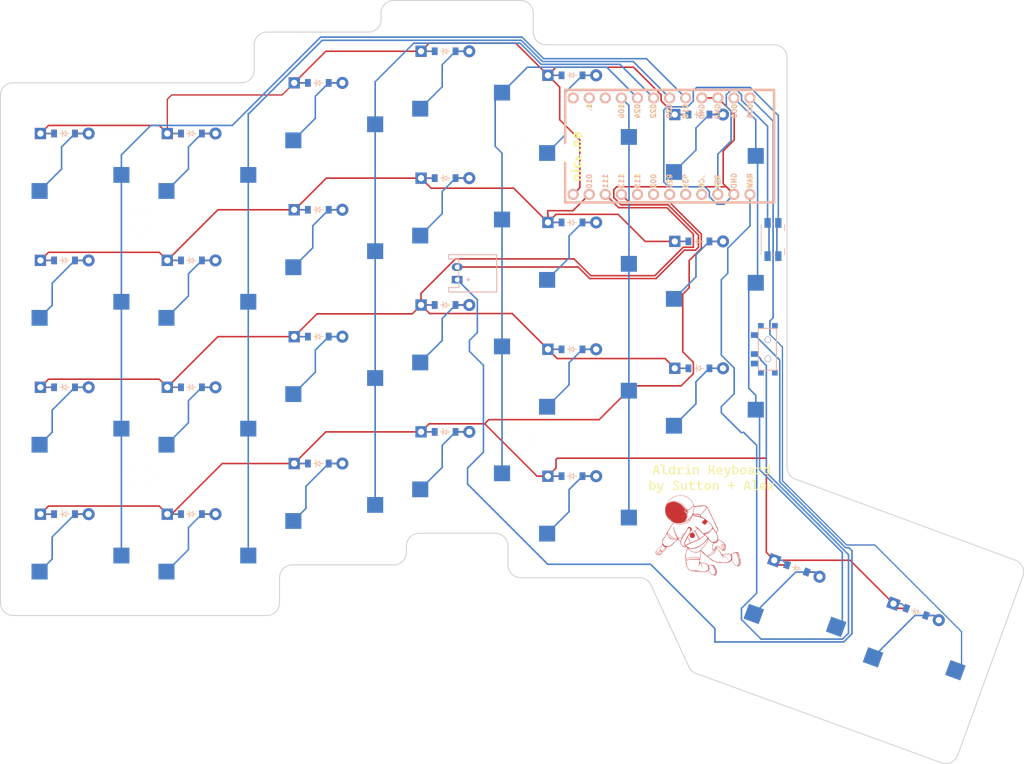
<source format=kicad_pcb>
(kicad_pcb (version 20240108) (generator "pcbnew") (generator_version "8.0")
  (title_block (title "left") (rev "v1.0.0") (company "Unknown"))
  (layers (0 "F.Cu" signal) (31 "B.Cu" signal) (34 "B.Paste" user) (35 "F.Paste" user) (36 "B.SilkS" user "B.Silkscreen") (37 "F.SilkS" user "F.Silkscreen") (38 "B.Mask" user) (39 "F.Mask" user) (44 "Edge.Cuts" user))
  (net 0 "")
  (net 1 "P017")
  (net 2 "outer_mod")
  (net 3 "outer_bottom")
  (net 4 "outer_home")
  (net 5 "outer_top")
  (net 6 "P020")
  (net 7 "pinky_mod")
  (net 8 "pinky_bottom")
  (net 9 "pinky_home")
  (net 10 "pinky_top")
  (net 11 "P022")
  (net 12 "ring_mod")
  (net 13 "ring_bottom")
  (net 14 "ring_home")
  (net 15 "ring_top")
  (net 16 "P024")
  (net 17 "middle_mod")
  (net 18 "middle_bottom")
  (net 19 "middle_home")
  (net 20 "middle_top")
  (net 21 "P100")
  (net 22 "index_mod")
  (net 23 "index_bottom")
  (net 24 "index_home")
  (net 25 "index_top")
  (net 26 "P008")
  (net 27 "inner_bottom")
  (net 28 "inner_home")
  (net 29 "inner_top")
  (net 30 "inner_first")
  (net 31 "P006")
  (net 32 "outer_first")
  (net 33 "RAW")
  (net 34 "GND")
  (net 35 "RST")
  (net 36 "VCC")
  (net 37 "P031")
  (net 38 "P029")
  (net 39 "P002")
  (net 40 "P115")
  (net 41 "P113")
  (net 42 "P111")
  (net 43 "P010")
  (net 44 "P009")
  (net 45 "P011")
  (net 46 "P104")
  (net 47 "P106")
  (net 48 "pos")
  (footprint "E73:SPDT_C128955" (layer "F.Cu") (at 159.25 119.95 -90)
    (property "Reference" "T1" (hide yes))
    (property "Value" "" (hide yes))
  )
  (footprint "ComboDiode" (layer "F.Cu") (at 148.35 102.9)
    (property "Reference" "D21" (hide yes))
    (property "Value" "" (hide yes))
  )
  (footprint "MX" (layer "F.Cu") (at 50 109.9 180)
    (property "Reference" "S3" (hide yes))
    (property "Value" "" (hide yes))
  )
  (footprint "MX" (layer "F.Cu") (at 150.25 106.9 180)
    (property "Reference" "S22" (hide yes))
    (property "Value" "" (hide yes))
  )
  (footprint "MX" (layer "F.Cu") (at 70.05 109.9 180)
    (property "Reference" "S7" (hide yes))
    (property "Value" "" (hide yes))
  )
  (footprint "ComboDiode" (layer "F.Cu") (at 108.25 92.9)
    (property "Reference" "D15" (hide yes))
    (property "Value" "" (hide yes))
  )
  (footprint "MX" (layer "F.Cu") (at 150.25 126.95 180)
    (property "Reference" "S21" (hide yes))
    (property "Value" "" (hide yes))
  )
  (footprint "HOLE_M2_TH" (layer "F.Cu") (at 60.025 139.975)
    (property "Reference" "")
    (property "Value" "")
  )
  (footprint "MX" (layer "F.Cu") (at 90.1 81.85 180)
    (property "Reference" "S12" (hide yes))
    (property "Value" "" (hide yes))
  )
  (footprint "ComboDiode" (layer "F.Cu") (at 68.15 146)
    (property "Reference" "D5" (hide yes))
    (property "Value" "" (hide yes))
  )
  (footprint "MX" (layer "F.Cu") (at 90.1 142 180)
    (property "Reference" "S9" (hide yes))
    (property "Value" "" (hide yes))
  )
  (footprint "ComboDiode" (layer "F.Cu") (at 68.15 125.95)
    (property "Reference" "D6" (hide yes))
    (property "Value" "" (hide yes))
  )
  (footprint "ComboDiode" (layer "F.Cu") (at 68.15 105.9)
    (property "Reference" "D7" (hide yes))
    (property "Value" "" (hide yes))
  )
  (footprint "MX" (layer "F.Cu") (at 110.15 76.85 180)
    (property "Reference" "S16" (hide yes))
    (property "Value" "" (hide yes))
  )
  (footprint "ComboDiode" (layer "F.Cu") (at 182.673502 161.448895 -20)
    (property "Reference" "D24" (hide yes))
    (property "Value" "" (hide yes))
  )
  (footprint "ComboDiode" (layer "F.Cu") (at 148.35 82.85)
    (property "Reference" "D22" (hide yes))
    (property "Value" "" (hide yes))
  )
  (footprint "ComboDiode" (layer "F.Cu") (at 128.3 76.65)
    (property "Reference" "D25" (hide yes))
    (property "Value" "" (hide yes))
  )
  (footprint "ComboDiode" (layer "F.Cu") (at 108.25 72.85)
    (property "Reference" "D16" (hide yes))
    (property "Value" "" (hide yes))
  )
  (footprint "MX" (layer "F.Cu") (at 110.15 116.95 180)
    (property "Reference" "S14" (hide yes))
    (property "Value" "" (hide yes))
  )
  (footprint "artwork:img-only" (layer "F.Cu") (at 147.32 149.352)
    (property "Reference" "G***" (hide yes))
    (property "Value" "LOGO" (hide yes))
  )
  (footprint "ComboDiode" (layer "F.Cu") (at 128.3 119.95)
    (property "Reference" "D18" (hide yes))
    (property "Value" "" (hide yes))
  )
  (footprint "MX" (layer "F.Cu") (at 70.05 89.85 180)
    (property "Reference" "S8" (hide yes))
    (property "Value" "" (hide yes))
  )
  (footprint "ComboDiode" (layer "F.Cu") (at 88.2 97.9)
    (property "Reference" "D11" (hide yes))
    (property "Value" "" (hide yes))
  )
  (footprint "HOLE_M2_TH" (layer "F.Cu") (at 100.125 111.925)
    (property "Reference" "")
    (property "Value" "")
  )
  (footprint "MX" (layer "F.Cu") (at 130.2 144 180)
    (property "Reference" "S17" (hide yes))
    (property "Value" "" (hide yes))
  )
  (footprint "nice_nano" (layer "F.Cu") (at 142.45 87.85 180)
    (property "Reference" "MCU1" (hide yes))
    (property "Value" "nice_nano" (hide yes))
  )
  (footprint "MX" (layer "F.Cu") (at 70.05 129.95 180)
    (property "Reference" "S6" (hide yes))
    (property "Value" "" (hide yes))
  )
  (footprint "MX" (layer "F.Cu") (at 110.15 137 180)
    (property "Reference" "S13" (hide yes))
    (property "Value" "" (hide yes))
  )
  (footprint "ComboDiode" (layer "F.Cu") (at 163.832665 154.591391 -20)
    (property "Reference" "D23" (hide yes))
    (property "Value" "" (hide yes))
  )
  (footprint "MX" (layer "F.Cu") (at 130.2 83.85 180)
    (property "Reference" "S20" (hide yes))
    (property "Value" "" (hide yes))
  )
  (footprint "MX" (layer "F.Cu") (at 183.090837 165.857504 160)
    (property "Reference" "S25" (hide yes))
    (property "Value" "" (hide yes))
  )
  (footprint "JST_PH_S2B-PH-K_02x2.00mm_Angled" (layer "F.Cu") (at 110.15 107.95 90)
    (property "Reference" "JST1" (hide yes))
    (property "Value" "" (hide yes))
  )
  (footprint "ComboDiode" (layer "F.Cu") (at 68.15 85.85)
    (property "Reference" "D8" (hide yes))
    (property "Value" "" (hide yes))
  )
  (footprint "MX" (layer "F.Cu") (at 130.2 123.95 180)
    (property "Reference" "S18" (hide yes))
    (property "Value" "" (hide yes))
  )
  (footprint "MX" (layer "F.Cu") (at 50 150 180)
    (property "Reference" "S1" (hide yes))
    (property "Value" "" (hide yes))
  )
  (footprint "ComboDiode" (layer "F.Cu") (at 88.2 117.95)
    (property "Reference" "D10" (hide yes))
    (property "Value" "" (hide yes))
  )
  (footprint "ComboDiode" (layer "F.Cu") (at 88.2 138)
    (property "Reference" "D9" (hide yes))
    (property "Value" "" (hide yes))
  )
  (footprint "ComboDiode" (layer "F.Cu") (at 128.3 140)
    (property "Reference" "D17" (hide yes))
    (property "Value" "" (hide yes))
  )
  (footprint "MX" (layer "F.Cu") (at 164.25 159 160)
    (property "Reference" "S24" (hide yes))
    (property "Value" "" (hide yes))
  )
  (footprint "MX" (layer "F.Cu") (at 50 129.95 180)
    (property "Reference" "S2" (hide yes))
    (property "Value" "" (hide yes))
  )
  (footprint "ComboDiode" (layer "F.Cu") (at 48.1 125.95)
    (property "Reference" "D2" (hide yes))
    (property "Value" "" (hide yes))
  )
  (footprint "artwork:text-only" (layer "F.Cu") (at 150.368 140.208)
    (property "Reference" "G***" (hide yes))
    (property "Value" "LOGO" (hide yes))
  )
  (footprint "Panasonic_EVQPUL_EVQPUC" (layer "F.Cu") (at 160.05 102.6 -90)
    (property "Reference" "B1" (hide yes))
    (property "Value" "Panasonic_EVQPUL_EVQPUC" (hide yes))
  )
  (footprint "ComboDiode" (layer "F.Cu") (at 48.1 85.85)
    (property "Reference" "D4" (hide yes))
    (property "Value" "" (hide yes))
  )
  (footprint "ComboDiode" (layer "F.Cu") (at 148.35 122.95)
    (property "Reference" "D20" (hide yes))
    (property "Value" "" (hide yes))
  )
  (footprint "MX" (layer "F.Cu") (at 150.25 86.85 180)
    (property "Reference" "S23" (hide yes))
    (property "Value" "" (hide yes))
  )
  (footprint "ComboDiode" (layer "F.Cu") (at 48.1 105.9)
    (property "Reference" "D3" (hide yes))
    (property "Value" "" (hide yes))
  )
  (footprint "HOLE_M2_TH" (layer "F.Cu") (at 60.025 99.875)
    (property "Reference" "")
    (property "Value" "")
  )
  (footprint "ComboDiode" (layer "F.Cu") (at 128.3 99.9)
    (property "Reference" "D19" (hide yes))
    (property "Value" "" (hide yes))
  )
  (footprint "HOLE_M2_TH" (layer "F.Cu") (at 118.578619 86.868799)
    (property "Reference" "")
    (property "Value" "")
  )
  (footprint "ComboDiode" (layer "F.Cu") (at 88.2 77.85)
    (property "Reference" "D12" (hide yes))
    (property "Value" "" (hide yes))
  )
  (footprint "MX" (layer "F.Cu") (at 90.1 101.9 180)
    (property "Reference" "S11" (hide yes))
    (property "Value" "" (hide yes))
  )
  (footprint "ComboDiode" (layer "F.Cu") (at 108.25 133)
    (property "Reference" "D13" (hide yes))
    (property "Value" "" (hide yes))
  )
  (footprint "MX" (layer "F.Cu") (at 90.1 121.95 180)
    (property "Reference" "S10" (hide yes))
    (property "Value" "" (hide yes))
  )
  (footprint "HOLE_M2_TH" (layer "F.Cu") (at 120.175 133.975)
    (property "Reference" "")
    (property "Value" "")
  )
  (footprint "ComboDiode" (layer "F.Cu") (at 108.25 112.95)
    (property "Reference" "D14" (hide yes))
    (property "Value" "" (hide yes))
  )
  (footprint "MX" (layer "F.Cu") (at 130.2 103.9 180)
    (property "Reference" "S19" (hide yes))
    (property "Value" "" (hide yes))
  )
  (footprint "MX" (layer "F.Cu") (at 50 89.85 180)
    (property "Reference" "S4" (hide yes))
    (property "Value" "" (hide yes))
  )
  (footprint "MX" (layer "F.Cu") (at 110.15 96.9 180)
    (property "Reference" "S15" (hide yes))
    (property "Value" "" (hide yes))
  )
  (footprint "ComboDiode" (layer "F.Cu") (at 48.1 146)
    (property "Reference" "D1" (hide yes))
    (property "Value" "" (hide yes))
  )
  (footprint "MX" (layer "F.Cu") (at 70.05 150 180)
    (property "Reference" "S5" (hide yes))
    (property "Value" "" (hide yes))
  )
  (gr_arc (start 198.34885 153.271406) (mid 199.471496 154.306446) (end 199.536549 155.832031) (stroke (width 0.15)) (layer "Edge.Cuts"))
  (gr_arc (start 82.075 160.025) (mid 81.489214 161.439214) (end 80.075 162.025) (stroke (width 0.15)) (layer "Edge.Cuts"))
  (gr_arc (start 78.075 71.825) (mid 78.660786 70.410786) (end 80.075 69.825) (stroke (width 0.15)) (layer "Edge.Cuts"))
  (gr_line (start 100.125 154.025) (end 84.075 154.025) (stroke (width 0.15)) (layer "Edge.Cuts"))
  (gr_line (start 163.583313 140.457229) (end 198.348851 153.271407) (stroke (width 0.15)) (layer "Edge.Cuts"))
  (gr_line (start 138.947982 156.025) (end 120.175 156.025) (stroke (width 0.15)) (layer "Edge.Cuts"))
  (gr_line (start 98.125 67.825) (end 98.125 66.825) (stroke (width 0.15)) (layer "Edge.Cuts"))
  (gr_line (start 102.125 151.025) (end 102.125 152.025) (stroke (width 0.15)) (layer "Edge.Cuts"))
  (gr_arc (start 37.975 79.825) (mid 38.560786 78.410786) (end 39.975 77.825) (stroke (width 0.15)) (layer "Edge.Cuts"))
  (gr_arc (start 147.903748 171.18138) (mid 147.2351 170.775167) (end 146.773447 170.143521) (stroke (width 0.15)) (layer "Edge.Cuts"))
  (gr_arc (start 82.075 156.025) (mid 82.660786 154.610786) (end 84.075 154.025) (stroke (width 0.15)) (layer "Edge.Cuts"))
  (gr_line (start 118.175 154.025) (end 118.175 151.025) (stroke (width 0.15)) (layer "Edge.Cuts"))
  (gr_line (start 78.075 75.825) (end 78.075 71.825) (stroke (width 0.15)) (layer "Edge.Cuts"))
  (gr_line (start 82.075 156.025) (end 82.075 160.025) (stroke (width 0.15)) (layer "Edge.Cuts"))
  (gr_line (start 37.975 160.025) (end 37.975 79.825) (stroke (width 0.15)) (layer "Edge.Cuts"))
  (gr_line (start 199.536548 155.832031) (end 189.247513 184.100924) (stroke (width 0.15)) (layer "Edge.Cuts"))
  (gr_arc (start 98.125 66.825) (mid 98.710786 65.410786) (end 100.125 64.825) (stroke (width 0.15)) (layer "Edge.Cuts"))
  (gr_line (start 146.773447 170.143521) (end 140.762323 157.183473) (stroke (width 0.15)) (layer "Edge.Cuts"))
  (gr_line (start 122.175 66.825) (end 122.175 69.825) (stroke (width 0.15)) (layer "Edge.Cuts"))
  (gr_arc (start 124.175 71.825) (mid 122.760786 71.239214) (end 122.175 69.825) (stroke (width 0.15)) (layer "Edge.Cuts"))
  (gr_arc (start 120.175 156.025) (mid 118.760786 155.439214) (end 118.175 154.025) (stroke (width 0.15)) (layer "Edge.Cuts"))
  (gr_line (start 39.975 162.025) (end 80.075 162.025) (stroke (width 0.15)) (layer "Edge.Cuts"))
  (gr_line (start 124.175 71.825) (end 160.275 71.825) (stroke (width 0.15)) (layer "Edge.Cuts"))
  (gr_line (start 116.175 149.025) (end 104.125 149.025) (stroke (width 0.15)) (layer "Edge.Cuts"))
  (gr_arc (start 116.175 149.025) (mid 117.589214 149.610786) (end 118.175 151.025) (stroke (width 0.15)) (layer "Edge.Cuts"))
  (gr_arc (start 98.125 67.825) (mid 97.539214 69.239214) (end 96.125 69.825) (stroke (width 0.15)) (layer "Edge.Cuts"))
  (gr_line (start 100.125 64.825) (end 120.175 64.825) (stroke (width 0.15)) (layer "Edge.Cuts"))
  (gr_arc (start 102.125 151.025) (mid 102.710786 149.610786) (end 104.125 149.025) (stroke (width 0.15)) (layer "Edge.Cuts"))
  (gr_arc (start 138.947982 156.025) (mid 140.024306 156.339317) (end 140.762323 157.183473) (stroke (width 0.15)) (layer "Edge.Cuts"))
  (gr_arc (start 78.075 75.825) (mid 77.489214 77.239214) (end 76.075 77.825) (stroke (width 0.15)) (layer "Edge.Cuts"))
  (gr_line (start 80.075 69.825) (end 96.125 69.825) (stroke (width 0.15)) (layer "Edge.Cuts"))
  (gr_arc (start 163.583313 140.457229) (mid 162.634364 139.72446) (end 162.275 138.580645) (stroke (width 0.15)) (layer "Edge.Cuts"))
  (gr_arc (start 189.247513 184.100925) (mid 188.213364 185.2295) (end 186.684087 185.296269) (stroke (width 0.15)) (layer "Edge.Cuts"))
  (gr_arc (start 39.975 162.025) (mid 38.560786 161.439214) (end 37.975 160.025) (stroke (width 0.15)) (layer "Edge.Cuts"))
  (gr_line (start 39.975 77.825) (end 76.075 77.825) (stroke (width 0.15)) (layer "Edge.Cuts"))
  (gr_arc (start 102.125 152.025) (mid 101.539214 153.439214) (end 100.125 154.025) (stroke (width 0.15)) (layer "Edge.Cuts"))
  (gr_line (start 162.275 73.825) (end 162.275 138.580645) (stroke (width 0.15)) (layer "Edge.Cuts"))
  (gr_arc (start 120.175 64.825) (mid 121.589214 65.410786) (end 122.175 66.825) (stroke (width 0.15)) (layer "Edge.Cuts"))
  (gr_arc (start 160.275 71.825) (mid 161.689214 72.410786) (end 162.275 73.825) (stroke (width 0.15)) (layer "Edge.Cuts"))
  (gr_line (start 186.684087 185.296269) (end 147.903748 171.18138) (stroke (width 0.15)) (layer "Edge.Cuts"))
  (segment (start 146.26 80.23) (end 140.0525 74.0225) (width 0.25) (layer "B.Cu") (net 1))
  (segment (start 61.7315 84.5725) (end 57.085 89.219) (width 0.25) (layer "B.Cu") (net 1))
  (segment (start 57.085 132.49) (end 57.085 152.54) (width 0.25) (layer "B.Cu") (net 1))
  (segment (start 74.603104 84.5725) (end 61.7315 84.5725) (width 0.25) (layer "B.Cu") (net 1))
  (segment (start 88.563604 70.612) (end 74.603104 84.5725) (width 0.25) (layer "B.Cu") (net 1))
  (segment (start 123.8065 74.0225) (end 120.396 70.612) (width 0.25) (layer "B.Cu") (net 1))
  (segment (start 120.396 70.612) (end 88.563604 70.612) (width 0.25) (layer "B.Cu") (net 1))
  (segment (start 57.085 92.39) (end 57.085 112.44) (width 0.25) (layer "B.Cu") (net 1))
  (segment (start 57.085 89.219) (end 57.085 92.39) (width 0.25) (layer "B.Cu") (net 1))
  (segment (start 57.085 112.44) (end 57.085 132.49) (width 0.25) (layer "B.Cu") (net 1))
  (segment (start 140.0525 74.0225) (end 123.8065 74.0225) (width 0.25) (layer "B.Cu") (net 1))
  (segment (start 49.75 146) (end 51.91 146) (width 0.25) (layer "F.Cu") (net 2))
  (segment (start 46.1459 153.0921) (end 46.1459 149.6041) (width 0.25) (layer "B.Cu") (net 2))
  (segment (start 46.1459 149.6041) (end 49.75 146) (width 0.25) (layer "B.Cu") (net 2))
  (segment (start 44.158 155.08) (end 46.1459 153.0921) (width 0.25) (layer "B.Cu") (net 2))
  (segment (start 49.75 146) (end 51.91 146) (width 0.25) (layer "B.Cu") (net 2))
  (segment (start 49.75 125.95) (end 51.91 125.95) (width 0.25) (layer "F.Cu") (net 3))
  (segment (start 49.75 125.95) (end 51.91 125.95) (width 0.25) (layer "B.Cu") (net 3))
  (segment (start 44.158 135.03) (end 46.1459 133.0421) (width 0.25) (layer "B.Cu") (net 3))
  (segment (start 46.1459 133.0421) (end 46.1459 129.5541) (width 0.25) (layer "B.Cu") (net 3))
  (segment (start 46.1459 129.5541) (end 49.75 125.95) (width 0.25) (layer "B.Cu") (net 3))
  (segment (start 49.75 105.9) (end 51.91 105.9) (width 0.25) (layer "F.Cu") (net 4))
  (segment (start 44.158 114.98) (end 46.1459 112.9921) (width 0.25) (layer "B.Cu") (net 4))
  (segment (start 49.75 105.9) (end 51.91 105.9) (width 0.25) (layer "B.Cu") (net 4))
  (segment (start 46.1459 112.9921) (end 46.1459 109.5041) (width 0.25) (layer "B.Cu") (net 4))
  (segment (start 46.1459 109.5041) (end 49.75 105.9) (width 0.25) (layer "B.Cu") (net 4))
  (segment (start 49.75 85.85) (end 51.91 85.85) (width 0.25) (layer "F.Cu") (net 5))
  (segment (start 47.6311 87.9689) (end 49.75 85.85) (width 0.25) (layer "B.Cu") (net 5))
  (segment (start 47.6311 91.4569) (end 47.6311 87.9689) (width 0.25) (layer "B.Cu") (net 5))
  (segment (start 44.158 94.93) (end 47.6311 91.4569) (width 0.25) (layer "B.Cu") (net 5))
  (segment (start 49.75 85.85) (end 51.91 85.85) (width 0.25) (layer "B.Cu") (net 5))
  (segment (start 77.135 92.39) (end 77.135 112.44) (width 0.25) (layer "B.Cu") (net 6))
  (segment (start 77.135 92.39) (end 77.135 82.804) (width 0.25) (layer "B.Cu") (net 6))
  (segment (start 77.135 132.49) (end 77.135 152.54) (width 0.25) (layer "B.Cu") (net 6))
  (segment (start 120.267604 71.12) (end 123.620104 74.4725) (width 0.25) (layer "B.Cu") (net 6))
  (segment (start 88.819 71.12) (end 120.267604 71.12) (width 0.25) (layer "B.Cu") (net 6))
  (segment (start 123.620104 74.4725) (end 137.9625 74.4725) (width 0.25) (layer "B.Cu") (net 6))
  (segment (start 137.9625 74.4725) (end 143.72 80.23) (width 0.25) (layer "B.Cu") (net 6))
  (segment (start 77.135 82.804) (end 77.135 82.677) (width 0.25) (layer "B.Cu") (net 6))
  (segment (start 77.135 82.804) (end 88.819 71.12) (width 0.25) (layer "B.Cu") (net 6))
  (segment (start 77.135 112.44) (end 77.135 132.49) (width 0.25) (layer "B.Cu") (net 6))
  (segment (start 69.8 146) (end 71.96 146) (width 0.25) (layer "F.Cu") (net 7))
  (segment (start 67.6811 151.6069) (end 67.6811 148.1189) (width 0.25) (layer "B.Cu") (net 7))
  (segment (start 69.8 146) (end 71.96 146) (width 0.25) (layer "B.Cu") (net 7))
  (segment (start 64.208 155.08) (end 67.6811 151.6069) (width 0.25) (layer "B.Cu") (net 7))
  (segment (start 67.6811 148.1189) (end 69.8 146) (width 0.25) (layer "B.Cu") (net 7))
  (segment (start 69.8 125.95) (end 71.96 125.95) (width 0.25) (layer "F.Cu") (net 8))
  (segment (start 69.8 125.95) (end 71.96 125.95) (width 0.25) (layer "B.Cu") (net 8))
  (segment (start 64.208 135.03) (end 67.6811 131.5569) (width 0.25) (layer "B.Cu") (net 8))
  (segment (start 67.6811 131.5569) (end 67.6811 128.0689) (width 0.25) (layer "B.Cu") (net 8))
  (segment (start 67.6811 128.0689) (end 69.8 125.95) (width 0.25) (layer "B.Cu") (net 8))
  (segment (start 69.8 105.9) (end 71.96 105.9) (width 0.25) (layer "F.Cu") (net 9))
  (segment (start 64.208 114.98) (end 67.6811 111.5069) (width 0.25) (layer "B.Cu") (net 9))
  (segment (start 69.8 105.9) (end 71.96 105.9) (width 0.25) (layer "B.Cu") (net 9))
  (segment (start 67.6811 111.5069) (end 67.6811 108.0189) (width 0.25) (layer "B.Cu") (net 9))
  (segment (start 67.6811 108.0189) (end 69.8 105.9) (width 0.25) (layer "B.Cu") (net 9))
  (segment (start 69.8 85.85) (end 71.96 85.85) (width 0.25) (layer "F.Cu") (net 10))
  (segment (start 67.6811 87.9689) (end 69.8 85.85) (width 0.25) (layer "B.Cu") (net 10))
  (segment (start 69.8 85.85) (end 71.96 85.85) (width 0.25) (layer "B.Cu") (net 10))
  (segment (start 67.6811 91.4569) (end 67.6811 87.9689) (width 0.25) (layer "B.Cu") (net 10))
  (segment (start 64.208 94.93) (end 67.6811 91.4569) (width 0.25) (layer "B.Cu") (net 10))
  (segment (start 97.185 77.677) (end 103.2895 71.5725) (width 0.25) (layer "B.Cu") (net 11))
  (segment (start 97.185 84.39) (end 97.185 77.677) (width 0.25) (layer "B.Cu") (net 11))
  (segment (start 97.185 84.39) (end 97.185 104.44) (width 0.25) (layer "B.Cu") (net 11))
  (segment (start 135.8725 74.9225) (end 141.18 80.23) (width 0.25) (layer "B.Cu") (net 11))
  (segment (start 120.083708 71.5725) (end 123.433708 74.9225) (width 0.25) (layer "B.Cu") (net 11))
  (segment (start 103.2895 71.5725) (end 120.083708 71.5725) (width 0.25) (layer "B.Cu") (net 11))
  (segment (start 97.185 124.49) (end 97.185 144.54) (width 0.25) (layer "B.Cu") (net 11))
  (segment (start 123.433708 74.9225) (end 135.8725 74.9225) (width 0.25) (layer "B.Cu") (net 11))
  (segment (start 97.185 104.44) (end 97.185 124.49) (width 0.25) (layer "B.Cu") (net 11))
  (segment (start 89.85 138) (end 92.01 138) (width 0.25) (layer "F.Cu") (net 12))
  (segment (start 86.2459 145.0921) (end 86.2459 141.6041) (width 0.25) (layer "B.Cu") (net 12))
  (segment (start 86.2459 141.6041) (end 89.85 138) (width 0.25) (layer "B.Cu") (net 12))
  (segment (start 89.85 138) (end 92.01 138) (width 0.25) (layer "B.Cu") (net 12))
  (segment (start 84.258 147.08) (end 86.2459 145.0921) (width 0.25) (layer "B.Cu") (net 12))
  (segment (start 89.85 117.95) (end 92.01 117.95) (width 0.25) (layer "F.Cu") (net 13))
  (segment (start 87.7311 120.0689) (end 89.85 117.95) (width 0.25) (layer "B.Cu") (net 13))
  (segment (start 87.7311 123.5569) (end 87.7311 120.0689) (width 0.25) (layer "B.Cu") (net 13))
  (segment (start 84.258 127.03) (end 87.7311 123.5569) (width 0.25) (layer "B.Cu") (net 13))
  (segment (start 89.85 117.95) (end 92.01 117.95) (width 0.25) (layer "B.Cu") (net 13))
  (segment (start 89.85 97.9) (end 92.01 97.9) (width 0.25) (layer "F.Cu") (net 14))
  (segment (start 84.258 106.98) (end 87.325 103.913) (width 0.25) (layer "B.Cu") (net 14))
  (segment (start 87.325 100.425) (end 89.85 97.9) (width 0.25) (layer "B.Cu") (net 14))
  (segment (start 87.325 103.913) (end 87.325 100.425) (width 0.25) (layer "B.Cu") (net 14))
  (segment (start 89.85 97.9) (end 92.01 97.9) (width 0.25) (layer "B.Cu") (net 14))
  (segment (start 89.85 77.85) (end 92.01 77.85) (width 0.25) (layer "F.Cu") (net 15))
  (segment (start 84.258 86.93) (end 87.7311 83.4569) (width 0.25) (layer "B.Cu") (net 15))
  (segment (start 87.7311 83.4569) (end 87.7311 79.9689) (width 0.25) (layer "B.Cu") (net 15))
  (segment (start 89.85 77.85) (end 92.01 77.85) (width 0.25) (layer "B.Cu") (net 15))
  (segment (start 87.7311 79.9689) (end 89.85 77.85) (width 0.25) (layer "B.Cu") (net 15))
  (segment (start 116.153619 80.471381) (end 117.235 79.39) (width 0.25) (layer "B.Cu") (net 16))
  (segment (start 117.235 99.44) (end 117.235 88.954648) (width 0.25) (layer "B.Cu") (net 16))
  (segment (start 133.7825 75.3725) (end 138.64 80.23) (width 0.25) (layer "B.Cu") (net 16))
  (segment (start 117.235 99.44) (end 117.235 119.49) (width 0.25) (layer "B.Cu") (net 16))
  (segment (start 117.235 119.49) (end 117.235 139.54) (width 0.25) (layer "B.Cu") (net 16))
  (segment (start 116.153619 87.873267) (end 116.153619 80.471381) (width 0.25) (layer "B.Cu") (net 16))
  (segment (start 117.235 79.39) (end 121.2525 75.3725) (width 0.25) (layer "B.Cu") (net 16))
  (segment (start 121.2525 75.3725) (end 133.7825 75.3725) (width 0.25) (layer "B.Cu") (net 16))
  (segment (start 117.235 88.954648) (end 116.153619 87.873267) (width 0.25) (layer "B.Cu") (net 16))
  (segment (start 109.9 133) (end 112.06 133) (width 0.25) (layer "F.Cu") (net 17))
  (segment (start 107.7811 135.1189) (end 109.9 133) (width 0.25) (layer "B.Cu") (net 17))
  (segment (start 104.308 142.08) (end 107.7811 138.6069) (width 0.25) (layer "B.Cu") (net 17))
  (segment (start 109.9 133) (end 112.06 133) (width 0.25) (layer "B.Cu") (net 17))
  (segment (start 107.7811 138.6069) (end 107.7811 135.1189) (width 0.25) (layer "B.Cu") (net 17))
  (segment (start 109.9 112.95) (end 112.06 112.95) (width 0.25) (layer "F.Cu") (net 18))
  (segment (start 109.9 112.95) (end 112.06 112.95) (width 0.25) (layer "B.Cu") (net 18))
  (segment (start 107.7811 115.0689) (end 109.9 112.95) (width 0.25) (layer "B.Cu") (net 18))
  (segment (start 104.308 122.03) (end 107.7811 118.5569) (width 0.25) (layer "B.Cu") (net 18))
  (segment (start 107.7811 118.5569) (end 107.7811 115.0689) (width 0.25) (layer "B.Cu") (net 18))
  (segment (start 109.9 92.9) (end 112.06 92.9) (width 0.25) (layer "F.Cu") (net 19))
  (segment (start 107.7811 98.5069) (end 107.7811 95.0189) (width 0.25) (layer "B.Cu") (net 19))
  (segment (start 109.9 92.9) (end 112.06 92.9) (width 0.25) (layer "B.Cu") (net 19))
  (segment (start 107.7811 95.0189) (end 109.9 92.9) (width 0.25) (layer "B.Cu") (net 19))
  (segment (start 104.308 101.98) (end 107.7811 98.5069) (width 0.25) (layer "B.Cu") (net 19))
  (segment (start 109.9 72.85) (end 112.06 72.85) (width 0.25) (layer "F.Cu") (net 20))
  (segment (start 109.9 72.85) (end 112.06 72.85) (width 0.25) (layer "B.Cu") (net 20))
  (segment (start 104.308 81.93) (end 107.7811 78.4569) (width 0.25) (layer "B.Cu") (net 20))
  (segment (start 107.7811 78.4569) (end 107.7811 74.9689) (width 0.25) (layer "B.Cu") (net 20))
  (segment (start 107.7811 74.9689) (end 109.9 72.85) (width 0.25) (layer "B.Cu") (net 20))
  (segment (start 137.285 81.415) (end 136.1 80.23) (width 0.25) (layer "B.Cu") (net 21))
  (segment (start 137.285 86.39) (end 137.3013 86.4063) (width 0.25) (layer "B.Cu") (net 21))
  (segment (start 137.3013 106.4237) (end 137.285 106.44) (width 0.25) (layer "B.Cu") (net 21))
  (segment (start 137.3013 86.4063) (end 137.3013 106.4237) (width 0.25) (layer "B.Cu") (net 21))
  (segment (start 137.285 126.49) (end 137.285 146.54) (width 0.25) (layer "B.Cu") (net 21))
  (segment (start 137.285 86.39) (end 137.285 81.415) (width 0.25) (layer "B.Cu") (net 21))
  (segment (start 137.285 106.44) (end 137.285 126.49) (width 0.25) (layer "B.Cu") (net 21))
  (segment (start 129.95 140) (end 132.11 140) (width 0.25) (layer "F.Cu") (net 22))
  (segment (start 127.8311 145.6069) (end 127.8311 142.1189) (width 0.25) (layer "B.Cu") (net 22))
  (segment (start 129.95 140) (end 132.11 140) (width 0.25) (layer "B.Cu") (net 22))
  (segment (start 127.8311 142.1189) (end 129.95 140) (width 0.25) (layer "B.Cu") (net 22))
  (segment (start 124.358 149.08) (end 127.8311 145.6069) (width 0.25) (layer "B.Cu") (net 22))
  (segment (start 129.95 119.95) (end 132.11 119.95) (width 0.25) (layer "F.Cu") (net 23))
  (segment (start 127.8311 125.5569) (end 127.8311 122.0689) (width 0.25) (layer "B.Cu") (net 23))
  (segment (start 124.358 129.03) (end 127.8311 125.5569) (width 0.25) (layer "B.Cu") (net 23))
  (segment (start 127.8311 122.0689) (end 129.95 119.95) (width 0.25) (layer "B.Cu") (net 23))
  (segment (start 129.95 119.95) (end 132.11 119.95) (width 0.25) (layer "B.Cu") (net 23))
  (segment (start 129.95 99.9) (end 132.11 99.9) (width 0.25) (layer "F.Cu") (net 24))
  (segment (start 127.8311 105.5069) (end 127.8311 102.0189) (width 0.25) (layer "B.Cu") (net 24))
  (segment (start 124.358 108.98) (end 127.8311 105.5069) (width 0.25) (layer "B.Cu") (net 24))
  (segment (start 129.95 99.9) (end 132.11 99.9) (width 0.25) (layer "B.Cu") (net 24))
  (segment (start 127.8311 102.0189) (end 129.95 99.9) (width 0.25) (layer "B.Cu") (net 24))
  (segment (start 129.95 76.65) (end 132.11 76.65) (width 0.25) (layer "F.Cu") (net 25))
  (segment (start 124.358 88.93) (end 127.2787 86.0093) (width 0.25) (layer "B.Cu") (net 25))
  (segment (start 127.2787 86.0093) (end 127.2787 79.3213) (width 0.25) (layer "B.Cu") (net 25))
  (segment (start 129.95 76.65) (end 132.11 76.65) (width 0.25) (layer "B.Cu") (net 25))
  (segment (start 127.2787 79.3213) (end 129.95 76.65) (width 0.25) (layer "B.Cu") (net 25))
  (segment (start 171.014248 152.060081) (end 171.014248 162.834775) (width 0.25) (layer "B.Cu") (net 26))
  (segment (start 156.225 126.111316) (end 157.335 127.221316) (width 0.25) (layer "B.Cu") (net 26))
  (segment (start 157.335 127.221316) (end 157.335 129.49) (width 0.25) (layer "B.Cu") (net 26))
  (segment (start 157.335 89.39) (end 157.6213 89.6763) (width 0.25) (layer "B.Cu") (net 26))
  (segment (start 171.014248 162.834775) (end 170.038991 163.810032) (width 0.25) (layer "B.Cu") (net 26))
  (segment (start 157.93 130.085) (end 157.93 138.975833) (width 0.25) (layer "B.Cu") (net 26))
  (segment (start 157.335 109.44) (end 156.225 110.55) (width 0.25) (layer "B.Cu") (net 26))
  (segment (start 157.6213 89.6763) (end 157.6213 109.1537) (width 0.25) (layer "B.Cu") (net 26))
  (segment (start 157.93 138.975833) (end 171.014248 152.060081) (width 0.25) (layer "B.Cu") (net 26))
  (segment (start 157.335 83.685) (end 153.88 80.23) (width 0.25) (layer "B.Cu") (net 26))
  (segment (start 157.335 89.39) (end 157.335 83.685) (width 0.25) (layer "B.Cu") (net 26))
  (segment (start 157.6213 109.1537) (end 157.335 109.44) (width 0.25) (layer "B.Cu") (net 26))
  (segment (start 157.335 129.49) (end 157.93 130.085) (width 0.25) (layer "B.Cu") (net 26))
  (segment (start 156.225 110.55) (end 156.225 126.111316) (width 0.25) (layer "B.Cu") (net 26))
  (segment (start 150 122.95) (end 152.16 122.95) (width 0.25) (layer "F.Cu") (net 27))
  (segment (start 147.8811 128.5569) (end 147.8811 125.0689) (width 0.25) (layer "B.Cu") (net 27))
  (segment (start 147.8811 125.0689) (end 150 122.95) (width 0.25) (layer "B.Cu") (net 27))
  (segment (start 144.408 132.03) (end 147.8811 128.5569) (width 0.25) (layer "B.Cu") (net 27))
  (segment (start 150 122.95) (end 152.16 122.95) (width 0.25) (layer "B.Cu") (net 27))
  (segment (start 150 102.9) (end 152.16 102.9) (width 0.25) (layer "F.Cu") (net 28))
  (segment (start 147.8811 105.0189) (end 150 102.9) (width 0.25) (layer "B.Cu") (net 28))
  (segment (start 144.408 111.98) (end 147.8811 108.5069) (width 0.25) (layer "B.Cu") (net 28))
  (segment (start 147.8811 108.5069) (end 147.8811 105.0189) (width 0.25) (layer "B.Cu") (net 28))
  (segment (start 150 102.9) (end 152.16 102.9) (width 0.25) (layer "B.Cu") (net 28))
  (segment (start 150 82.85) (end 152.16 82.85) (width 0.25) (layer "F.Cu") (net 29))
  (segment (start 147.8811 84.9689) (end 150 82.85) (width 0.25) (layer "B.Cu") (net 29))
  (segment (start 150 82.85) (end 152.16 82.85) (width 0.25) (layer "B.Cu") (net 29))
  (segment (start 144.408 91.93) (end 147.8811 88.4569) (width 0.25) (layer "B.Cu") (net 29))
  (segment (start 147.8811 88.4569) (end 147.8811 84.9689) (width 0.25) (layer "B.Cu") (net 29))
  (segment (start 165.383158 155.155724) (end 166.67413 155.155724) (width 0.25) (layer "F.Cu") (net 30))
  (segment (start 166.67413 155.155724) (end 167.412894 155.894488) (width 0.25) (layer "F.Cu") (net 30))
  (segment (start 163.642686 155.155724) (end 165.383158 155.155724) (width 0.25) (layer "B.Cu") (net 30))
  (segment (start 157.022853 161.775557) (end 163.642686 155.155724) (width 0.25) (layer "B.Cu") (net 30))
  (segment (start 165.383158 155.155724) (end 166.67413 155.155724) (width 0.25) (layer "B.Cu") (net 30))
  (segment (start 166.67413 155.155724) (end 167.412894 155.894488) (width 0.25) (layer "B.Cu") (net 30))
  (segment (start 189.855085 169.692279) (end 189.855085 164.582043) (width 0.2) (layer "B.Cu") (net 31))
  (segment (start 161.55 140.722) (end 161.55 119.583273) (width 0.2) (layer "B.Cu") (net 31))
  (segment (start 161.55 119.583273) (end 159.575 117.608273) (width 0.2) (layer "B.Cu") (net 31))
  (segment (start 160.075 83.885) (end 160.075 114.975) (width 0.25) (layer "B.Cu") (net 31))
  (segment (start 176.149042 150.876) (end 171.704 150.876) (width 0.2) (layer "B.Cu") (net 31))
  (segment (start 156.42 80.23) (end 160.075 83.885) (width 0.25) (layer "B.Cu") (net 31))
  (segment (start 160.075 114.975) (end 159.575 115.475) (width 0.25) (layer "B.Cu") (net 31))
  (segment (start 171.704 150.876) (end 161.55 140.722) (width 0.2) (layer "B.Cu") (net 31))
  (segment (start 188.879828 170.667536) (end 189.855085 169.692279) (width 0.2) (layer "B.Cu") (net 31))
  (segment (start 159.575 115.475) (end 159.575 117.608273) (width 0.25) (layer "B.Cu") (net 31))
  (segment (start 189.855085 164.582043) (end 176.149042 150.876) (width 0.2) (layer "B.Cu") (net 31))
  (segment (start 185.514967 162.013228) (end 186.253731 162.751992) (width 0.25) (layer "F.Cu") (net 32))
  (segment (start 184.223995 162.013228) (end 185.514967 162.013228) (width 0.25) (layer "F.Cu") (net 32))
  (segment (start 182.483523 162.013228) (end 184.223995 162.013228) (width 0.25) (layer "B.Cu") (net 32))
  (segment (start 184.223995 162.013228) (end 185.514967 162.013228) (width 0.25) (layer "B.Cu") (net 32))
  (segment (start 185.514967 162.013228) (end 186.253731 162.751992) (width 0.25) (layer "B.Cu") (net 32))
  (segment (start 175.86369 168.633061) (end 182.483523 162.013228) (width 0.25) (layer "B.Cu") (net 32))
  (segment (start 152.908 103.958658) (end 156.42 100.446658) (width 0.25) (layer "B.Cu") (net 33))
  (segment (start 153.924 122.907342) (end 151.892 120.875342) (width 0.25) (layer "B.Cu") (net 33))
  (segment (start 152.908 107.94035) (end 152.908 103.958658) (width 0.25) (layer "B.Cu") (net 33))
  (segment (start 151.892 129.97365) (end 151.892 129.00635) (width 0.25) (layer "B.Cu") (net 33))
  (segment (start 155.07222 162.648716) (end 155.07222 160.885296) (width 0.25) (layer "B.Cu") (net 33))
  (segment (start 156.42 100.446658) (end 156.42 95.47) (width 0.25) (layer "B.Cu") (net 33))
  (segment (start 158.125 121.475) (end 158.125 121.65) (width 0.25) (layer "B.Cu") (net 33))
  (segment (start 157.48 158.496) (end 157.48 135.128) (width 0.25) (layer "B.Cu") (net 33))
  (segment (start 158.125 121.65) (end 159.004 122.529) (width 0.25) (layer "B.Cu") (net 33))
  (segment (start 155.01435 133.096) (end 155.448 133.096) (width 0.25) (layer "B.Cu") (net 33))
  (segment (start 155.07222 160.885296) (end 157.461516 158.496) (width 0.25) (layer "B.Cu") (net 33))
  (segment (start 151.892 129.00635) (end 153.924 126.97435) (width 0.25) (layer "B.Cu") (net 33))
  (segment (start 155.01435 133.096) (end 151.892 129.97365) (width 0.25) (layer "B.Cu") (net 33))
  (segment (start 157.35 120.7) (end 158.125 121.475) (width 0.25) (layer "B.Cu") (net 33))
  (segment (start 171.989624 164.814376) (end 171.058277 165.745723) (width 0.25) (layer "B.Cu") (net 33))
  (segment (start 157.461516 158.496) (end 157.48 158.496) (width 0.25) (layer "B.Cu") (net 33))
  (segment (start 159.004 122.529) (end 159.004 139.413437) (width 0.25) (layer "B.Cu") (net 33))
  (segment (start 171.058277 165.745723) (end 158.169227 165.745723) (width 0.25) (layer "B.Cu") (net 33))
  (segment (start 157.175 120.7) (end 157.35 120.7) (width 0.25) (layer "B.Cu") (net 33))
  (segment (start 158.169227 165.745723) (end 155.07222 162.648716) (width 0.25) (layer "B.Cu") (net 33))
  (segment (start 159.004 139.413437) (end 171.989624 152.399061) (width 0.25) (layer "B.Cu") (net 33))
  (segment (start 171.989624 152.399061) (end 171.989624 164.814376) (width 0.25) (layer "B.Cu") (net 33))
  (segment (start 151.892 120.875342) (end 151.892 108.95635) (width 0.25) (layer "B.Cu") (net 33))
  (segment (start 155.448 133.096) (end 157.48 135.128) (width 0.25) (layer "B.Cu") (net 33))
  (segment (start 151.892 108.95635) (end 152.908 107.94035) (width 0.25) (layer "B.Cu") (net 33))
  (segment (start 153.924 126.97435) (end 153.924 122.907342) (width 0.25) (layer "B.Cu") (net 33))
  (segment (start 135.3473 94.2687) (end 152.6787 94.2687) (width 0.25) (layer "F.Cu") (net 34))
  (segment (start 151.34 80.23) (end 151.346658 80.23) (width 0.25) (layer "F.Cu") (net 34))
  (segment (start 151.346658 80.23) (end 153.924 82.807342) (width 0.25) (layer "F.Cu") (net 34))
  (segment (start 148.278 101.921604) (end 143.477696 97.1213) (width 0.25) (layer "F.Cu") (net 34))
  (segment (start 136.052405 97.1213) (end 134.8987 95.967595) (width 0.25) (layer "F.Cu") (net 34))
  (segment (start 147.821396 104.275) (end 148.278 103.818396) (width 0.25) (layer "F.Cu") (net 34))
  (segment (start 152.185 88.61335) (end 152.185 93.775) (width 0.25) (layer "F.Cu") (net 34))
  (segment (start 129.263473 106.95) (end 131.078473 108.765) (width 0.25) (layer "F.Cu") (net 34))
  (segment (start 151.34 80.23) (end 148.8 80.23) (width 0.25) (layer "F.Cu") (net 34))
  (segment (start 110.15 106.95) (end 129.263473 106.95) (width 0.25) (layer "F.Cu") (net 34))
  (segment (start 146.061316 104.275) (end 147.821396 104.275) (width 0.25) (layer "F.Cu") (net 34))
  (segment (start 152.6787 94.2687) (end 153.88 95.47) (width 0.25) (layer "F.Cu") (net 34))
  (segment (start 153.924 82.807342) (end 153.924 86.87435) (width 0.25) (layer "F.Cu") (net 34))
  (segment (start 134.8987 94.7173) (end 135.3473 94.2687) (width 0.25) (layer "F.Cu") (net 34))
  (segment (start 131.078473 108.765) (end 141.571316 108.765) (width 0.25) (layer "F.Cu") (net 34))
  (segment (start 152.185 93.775) (end 153.88 95.47) (width 0.25) (layer "F.Cu") (net 34))
  (segment (start 148.278 103.818396) (end 148.278 101.921604) (width 0.25) (layer "F.Cu") (net 34))
  (segment (start 141.571316 108.765) (end 146.061316 104.275) (width 0.25) (layer "F.Cu") (net 34))
  (segment (start 153.924 86.87435) (end 152.185 88.61335) (width 0.25) (layer "F.Cu") (net 34))
  (segment (start 134.8987 95.967595) (end 134.8987 94.7173) (width 0.25) (layer "F.Cu") (net 34))
  (segment (start 143.477696 97.1213) (end 136.052405 97.1213) (width 0.25) (layer "F.Cu") (net 34))
  (segment (start 156.467595 78.5787) (end 160.9 83.011105) (width 0.25) (layer "B.Cu") (net 34))
  (segment (start 143.326 81.636) (end 146.552895 81.636) (width 0.25) (layer "B.Cu") (net 34))
  (segment (start 160.675 100.2) (end 160.675 105) (width 0.25) (layer "B.Cu") (net 34))
  (segment (start 152.322 97.028) (end 151.199105 97.028) (width 0.25) (layer "B.Cu") (net 34))
  (segment (start 149.297595 94.2687) (end 143.5717 94.2687) (width 0.25) (layer "B.Cu") (net 34))
  (segment (start 147.9893 78.5787) (end 156.467595 78.5787) (width 0.25) (layer "B.Cu") (net 34))
  (segment (start 160.9 99.975) (end 160.675 100.2) (width 0.25) (layer "B.Cu") (net 34))
  (segment (start 142.808 93.505) (end 142.808 82.154) (width 0.25) (layer "B.Cu") (net 34))
  (segment (start 142.808 82.154) (end 143.326 81.636) (width 0.25) (layer "B.Cu") (net 34))
  (segment (start 143.5717 94.2687) (end 142.808 93.505) (width 0.25) (layer "B.Cu") (net 34))
  (segment (start 153.88 95.47) (end 152.322 97.028) (width 0.25) (layer "B.Cu") (net 34))
  (segment (start 150.0013 95.830195) (end 150.0013 94.972405) (width 0.25) (layer "B.Cu") (net 34))
  (segment (start 151.199105 97.028) (end 150.0013 95.830195) (width 0.25) (layer "B.Cu") (net 34))
  (segment (start 146.552895 81.636) (end 147.4613 80.727595) (width 0.25) (layer "B.Cu") (net 34))
  (segment (start 150.0013 94.972405) (end 149.297595 94.2687) (width 0.25) (layer "B.Cu") (net 34))
  (segment (start 147.4613 80.727595) (end 147.4613 79.1067) (width 0.25) (layer "B.Cu") (net 34))
  (segment (start 160.9 83.011105) (end 160.9 99.975) (width 0.25) (layer "B.Cu") (net 34))
  (segment (start 160.675 105) (end 160.9 105.225) (width 0.25) (layer "B.Cu") (net 34))
  (segment (start 147.4613 79.1067) (end 147.9893 78.5787) (width 0.25) (layer "B.Cu") (net 34))
  (segment (start 153.4375 82.320842) (end 153.4375 87.012631) (width 0.25) (layer "B.Cu") (net 35))
  (segment (start 155.0813 80.590195) (end 155.0813 79.732405) (width 0.25) (layer "B.Cu") (net 35))
  (segment (start 159.2 99.975) (end 159.2 84.708895) (width 0.25) (layer "B.Cu") (net 35))
  (segment (start 159.2 105.225) (end 159.425 105) (width 0.25) (layer "B.Cu") (net 35))
  (segment (start 152.6787 79.732405) (end 152.6787 81.562042) (width 0.25) (layer "B.Cu") (net 35))
  (segment (start 154.377595 79.0287) (end 153.382405 79.0287) (width 0.25) (layer "B.Cu") (net 35))
  (segment (start 152.6787 81.562042) (end 153.4375 82.320842) (width 0.25) (layer "B.Cu") (net 35))
  (segment (start 159.425 100.2) (end 159.2 99.975) (width 0.25) (layer "B.Cu") (net 35))
  (segment (start 159.425 105) (end 159.425 100.2) (width 0.25) (layer "B.Cu") (net 35))
  (segment (start 153.4375 87.012631) (end 151.34 89.110131) (width 0.25) (layer "B.Cu") (net 35))
  (segment (start 155.0813 79.732405) (end 154.377595 79.0287) (width 0.25) (layer "B.Cu") (net 35))
  (segment (start 159.2 84.708895) (end 155.0813 80.590195) (width 0.25) (layer "B.Cu") (net 35))
  (segment (start 151.34 89.110131) (end 151.34 95.47) (width 0.25) (layer "B.Cu") (net 35))
  (segment (start 153.382405 79.0287) (end 152.6787 79.732405) (width 0.25) (layer "B.Cu") (net 35))
  (segment (start 136.1 95.47) (end 137.3013 96.6713) (width 0.25) (layer "F.Cu") (net 41))
  (segment (start 89.39 133) (end 104.44 133) (width 0.25) (layer "F.Cu") (net 41))
  (segment (start 125.7675 138.7225) (end 125.7675 137.3765) (width 0.25) (layer "F.Cu") (net 41))
  (segment (start 46.45 146) (end 44.29 146) (width 0.25) (layer "F.Cu") (net 41))
  (segment (start 115.151532 131.064) (end 114.493032 131.7225) (width 0.25) (layer "F.Cu") (net 41))
  (segment (start 132.588 131.064) (end 115.151532 131.064) (width 0.25) (layer "F.Cu") (net 41))
  (segment (start 45.5675 144.7225) (end 63.0625 144.7225) (width 0.25) (layer "F.Cu") (net 41))
  (segment (start 147.475 122.025) (end 147.475 123.797) (width 0.25) (layer "F.Cu") (net 41))
  (segment (start 146.812 105.920792) (end 146.812 110.22635) (width 0.25) (layer "F.Cu") (net 41))
  (segment (start 159.004 138.684) (end 159.004 139.192) (width 0.25) (layer "F.Cu") (net 41))
  (segment (start 147.475 123.797) (end 145.5479 125.7241) (width 0.25) (layer "F.Cu") (net 41))
  (segment (start 84.39 138) (end 89.39 133) (width 0.25) (layer "F.Cu") (net 41))
  (segment (start 73.024 138) (end 84.39 138) (width 0.25) (layer "F.Cu") (net 41))
  (segment (start 64.34 146) (end 65.024 146) (width 0.25) (layer "F.Cu") (net 41))
  (segment (start 160.252436 153.288294) (end 172.235769 153.288294) (width 0.25) (layer "F.Cu") (net 41))
  (segment (start 181.123009 160.884562) (end 179.832037 160.884562) (width 0.25) (layer "F.Cu") (net 41))
  (segment (start 159.004 152.039858) (end 160.252436 153.288294) (width 0.25) (layer "F.Cu") (net 41))
  (segment (start 124.49 140) (end 125.7675 138.7225) (width 0.25) (layer "F.Cu") (net 41))
  (segment (start 158.9655 138.7225) (end 159.004 138.684) (width 0.25) (layer "F.Cu") (net 41))
  (segment (start 104.44 133) (end 105.7175 131.7225) (width 0.25) (layer "F.Cu") (net 41))
  (segment (start 63.0625 144.7225) (end 64.34 146) (width 0.25) (layer "F.Cu") (net 41))
  (segment (start 159.004 139.192) (end 159.004 152.039858) (width 0.25) (layer "F.Cu") (net 41))
  (segment (start 145.796 111.24235) (end 145.796 120.346) (width 0.25) (layer "F.Cu") (net 41))
  (segment (start 148.728 104.004792) (end 146.812 105.920792) (width 0.25) (layer "F.Cu") (net 41))
  (segment (start 145.796 120.346) (end 147.475 122.025) (width 0.25) (layer "F.Cu") (net 41))
  (segment (start 126.65 140) (end 124.49 140) (width 0.25) (layer "F.Cu") (net 41))
  (segment (start 106.6 133) (end 104.44 133) (width 0.25) (layer "F.Cu") (net 41))
  (segment (start 105.7175 131.7225) (end 114.493032 131.7225) (width 0.25) (layer "F.Cu") (net 41))
  (segment (start 148.728 101.735208) (end 148.728 104.004792) (width 0.25) (layer "F.Cu") (net 41))
  (segment (start 145.5479 125.7241) (end 137.9279 125.7241) (width 0.25) (layer "F.Cu") (net 41))
  (segment (start 162.282172 154.027058) (end 160.9912 154.027058) (width 0.25) (layer "F.Cu") (net 41))
  (segment (start 179.832037 160.884562) (end 179.093273 160.145798) (width 0.25) (layer "F.Cu") (net 41))
  (segment (start 86.55 138) (end 84.39 138) (width 0.25) (layer "F.Cu") (net 41))
  (segment (start 172.235769 153.288294) (end 179.093273 160.145798) (width 0.25) (layer "F.Cu") (net 41))
  (segment (start 114.493032 131.7225) (end 122.770532 140) (width 0.25) (layer "F.Cu") (net 41))
  (segment (start 66.5 146) (end 64.34 146) (width 0.25) (layer "F.Cu") (net 41))
  (segment (start 146.812 110.22635) (end 145.796 111.24235) (width 0.25) (layer "F.Cu") (net 41))
  (segment (start 125.984 137.16) (end 159.004 137.16) (width 0.25) (layer "F.Cu") (net 41))
  (segment (start 65.024 146) (end 73.024 138) (width 0.25) (layer "F.Cu") (net 41))
  (segment (start 159.004 137.16) (end 159.004 139.192) (width 0.25) (layer "F.Cu") (net 41))
  (segment (start 122.770532 140) (end 124.49 140) (width 0.25) (layer "F.Cu") (net 41))
  (segment (start 137.3013 96.6713) (end 143.664092 96.6713) (width 0.25) (layer "F.Cu") (net 41))
  (segment (start 125.7675 137.3765) (end 125.984 137.16) (width 0.25) (layer "F.Cu") (net 41))
  (segment (start 160.9912 154.027058) (end 160.252436 153.288294) (width 0.25) (layer "F.Cu") (net 41))
  (segment (start 44.29 146) (end 45.5675 144.7225) (width 0.25) (layer "F.Cu") (net 41))
  (segment (start 143.664092 96.6713) (end 148.728 101.735208) (width 0.25) (layer "F.Cu") (net 41))
  (segment (start 137.9279 125.7241) (end 132.588 131.064) (width 0.25) (layer "F.Cu") (net 41))
  (segment (start 161.543408 153.288294) (end 160.252436 153.288294) (width 0.2) (layer "B.Cu") (net 41))
  (segment (start 180.384245 160.145798) (end 179.093273 160.145798) (width 0.2) (layer "B.Cu") (net 41))
  (segment (start 46.45 146) (end 44.29 146) (width 0.2) (layer "B.Cu") (net 41))
  (segment (start 181.123009 160.884562) (end 180.384245 160.145798) (width 0.2) (layer "B.Cu") (net 41))
  (segment (start 162.282172 154.027058) (end 161.543408 153.288294) (width 0.2) (layer "B.Cu") (net 41))
  (segment (start 66.5 146) (end 64.34 146) (width 0.2) (layer "B.Cu") (net 41))
  (segment (start 106.6 133) (end 104.44 133) (width 0.2) (layer "B.Cu") (net 41))
  (segment (start 126.65 140) (end 124.49 140) (width 0.2) (layer "B.Cu") (net 41))
  (segment (start 86.55 138) (end 84.39 138) (width 0.2) (layer "B.Cu") (net 41))
  (segment (start 126.65 119.95) (end 124.49 119.95) (width 0.25) (layer "F.Cu") (net 42))
  (segment (start 46.45 125.95) (end 44.29 125.95) (width 0.25) (layer "F.Cu") (net 42))
  (segment (start 87.99 114.35) (end 103.04 114.35) (width 0.25) (layer "F.Cu") (net 42))
  (segment (start 147.475 103.825) (end 147.475 101.755) (width 0.25) (layer "F.Cu") (net 42))
  (segment (start 128.613869 105.664) (end 131.264869 108.315) (width 0.25) (layer "F.Cu") (net 42))
  (segment (start 86.55 117.95) (end 84.39 117.95) (width 0.25) (layer "F.Cu") (net 42))
  (segment (start 124.49 119.95) (end 125.952 121.412) (width 0.25) (layer "F.Cu") (net 42))
  (segment (start 45.5675 124.6725) (end 63.0625 124.6725) (width 0.25) (layer "F.Cu") (net 42))
  (segment (start 145.87492 103.825) (end 147.475 103.825) (width 0.25) (layer "F.Cu") (net 42))
  (segment (start 66.5 125.95) (end 64.34 125.95) (width 0.25) (layer "F.Cu") (net 42))
  (segment (start 143.2913 97.5713) (end 135.6613 97.5713) (width 0.25) (layer "F.Cu") (net 42))
  (segment (start 131.264869 108.315) (end 141.38492 108.315) (width 0.25) (layer "F.Cu") (net 42))
  (segment (start 103.04 114.35) (end 104.44 112.95) (width 0.25) (layer "F.Cu") (net 42))
  (segment (start 64.34 125.95) (end 72.34 117.95) (width 0.25) (layer "F.Cu") (net 42))
  (segment (start 63.0625 124.6725) (end 64.34 125.95) (width 0.25) (layer "F.Cu") (net 42))
  (segment (start 141.38492 108.315) (end 145.87492 103.825) (width 0.25) (layer "F.Cu") (net 42))
  (segment (start 44.29 125.95) (end 45.5675 124.6725) (width 0.25) (layer "F.Cu") (net 42))
  (segment (start 106.6 112.95) (end 104.44 112.95) (width 0.25) (layer "F.Cu") (net 42))
  (segment (start 125.952 121.412) (end 143.002 121.412) (width 0.25) (layer "F.Cu") (net 42))
  (segment (start 147.475 101.755) (end 143.2913 97.5713) (width 0.25) (layer "F.Cu") (net 42))
  (segment (start 146.7 122.95) (end 144.54 122.95) (width 0.25) (layer "F.Cu") (net 42))
  (segment (start 104.44 112.95) (end 105.79 114.3) (width 0.25) (layer "F.Cu") (net 42))
  (segment (start 84.39 117.95) (end 87.99 114.35) (width 0.25) (layer "F.Cu") (net 42))
  (segment (start 105.79 114.3) (end 118.84 114.3) (width 0.25) (layer "F.Cu") (net 42))
  (segment (start 118.84 114.3) (end 124.49 119.95) (width 0.25) (layer "F.Cu") (net 42))
  (segment (start 104.44 112.95) (end 104.44 111.101852) (width 0.25) (layer "F.Cu") (net 42))
  (segment (start 104.44 111.101852) (end 109.877852 105.664) (width 0.25) (layer "F.Cu") (net 42))
  (segment (start 109.877852 105.664) (end 128.613869 105.664) (width 0.25) (layer "F.Cu") (net 42))
  (segment (start 143.002 121.412) (end 144.54 122.95) (width 0.25) (layer "F.Cu") (net 42))
  (segment (start 72.34 117.95) (end 84.39 117.95) (width 0.25) (layer "F.Cu") (net 42))
  (segment (start 135.6613 97.5713) (end 133.56 95.47) (width 0.25) (layer "F.Cu") (net 42))
  (segment (start 66.5 125.95) (end 64.34 125.95) (width 0.2) (layer "B.Cu") (net 42))
  (segment (start 46.45 125.95) (end 44.29 125.95) (width 0.2) (layer "B.Cu") (net 42))
  (segment (start 126.65 119.95) (end 124.49 119.95) (width 0.2) (layer "B.Cu") (net 42))
  (segment (start 86.55 117.95) (end 84.39 117.95) (width 0.2) (layer "B.Cu") (net 42))
  (segment (start 106.6 112.95) (end 104.44 112.95) (width 0.2) (layer "B.Cu") (net 42))
  (segment (start 146.7 122.95) (end 144.54 122.95) (width 0.2) (layer "B.Cu") (net 42))
  (segment (start 119.078 94.488) (end 124.49 99.9) (width 0.25) (layer "F.Cu") (net 43))
  (segment (start 124.46 98.044) (end 124.46 98.552) (width 0.25) (layer "F.Cu") (net 43))
  (segment (start 106.6 92.9) (end 104.44 92.9) (width 0.25) (layer "F.Cu") (net 43))
  (segment (start 146.7 102.9) (end 144.54 102.9) (width 0.25) (layer "F.Cu") (net 43))
  (segment (start 86.55 97.9) (end 84.39 97.9) (width 0.25) (layer "F.Cu") (net 43))
  (segment (start 63.0625 104.6225) (end 64.34 105.9) (width 0.25) (layer "F.Cu") (net 43))
  (segment (start 125.7675 98.6225) (end 135.578104 98.6225) (width 0.25) (layer "F.Cu") (net 43))
  (segment (start 44.29 105.9) (end 45.5675 104.6225) (width 0.25) (layer "F.Cu") (net 43))
  (segment (start 139.855604 102.9) (end 144.54 102.9) (width 0.25) (layer "F.Cu") (net 43))
  (segment (start 124.49 98.582) (end 124.49 99.9) (width 0.25) (layer "F.Cu") (net 43))
  (segment (start 124.49 99.9) (end 125.7675 98.6225) (width 0.25) (layer "F.Cu") (net 43))
  (segment (start 45.5675 104.6225) (end 63.0625 104.6225) (width 0.25) (layer "F.Cu") (net 43))
  (segment (start 46.45 105.9) (end 44.29 105.9) (width 0.25) (layer "F.Cu") (net 43))
  (segment (start 128.446 98.044) (end 124.46 98.044) (width 0.25) (layer "F.Cu") (net 43))
  (segment (start 126.65 99.9) (end 124.49 99.9) (width 0.25) (layer "F.Cu") (net 43))
  (segment (start 131.02 95.47) (end 128.446 98.044) (width 0.25) (layer "F.Cu") (net 43))
  (segment (start 72.34 97.9) (end 84.39 97.9) (width 0.25) (layer "F.Cu") (net 43))
  (segment (start 66.5 105.9) (end 64.34 105.9) (width 0.25) (layer "F.Cu") (net 43))
  (segment (start 104.44 92.9) (end 106.028 94.488) (width 0.25) (layer "F.Cu") (net 43))
  (segment (start 106.028 94.488) (end 119.078 94.488) (width 0.25) (layer "F.Cu") (net 43))
  (segment (start 64.34 105.9) (end 72.34 97.9) (width 0.25) (layer "F.Cu") (net 43))
  (segment (start 135.578104 98.6225) (end 139.855604 102.9) (width 0.25) (layer "F.Cu") (net 43))
  (segment (start 84.472 97.9) (end 89.472 92.9) (width 0.25) (layer "F.Cu") (net 43))
  (segment (start 124.46 98.552) (end 124.49 98.582) (width 0.25) (layer "F.Cu") (net 43))
  (segment (start 84.39 97.9) (end 84.472 97.9) (width 0.25) (layer "F.Cu") (net 43))
  (segment (start 89.472 92.9) (end 104.44 92.9) (width 0.25) (layer "F.Cu") (net 43))
  (segment (start 66.5 105.9) (end 64.34 105.9) (width 0.2) (layer "B.Cu") (net 43))
  (segment (start 126.65 99.9) (end 124.49 99.9) (width 0.2) (layer "B.Cu") (net 43))
  (segment (start 46.45 105.9) (end 44.29 105.9) (width 0.2) (layer "B.Cu") (net 43))
  (segment (start 106.6 92.9) (end 104.44 92.9) (width 0.2) (layer "B.Cu") (net 43))
  (segment (start 86.55 97.9) (end 84.39 97.9) (width 0.2) (layer "B.Cu") (net 43))
  (segment (start 146.7 102.9) (end 144.54 102.9) (width 0.2) (layer "B.Cu") (net 43))
  (segment (start 64.34 80.44) (end 65.024 79.756) (width 0.2) (layer "F.Cu") (net 44))
  (segment (start 106.6 72.85) (end 104.44 72.85) (width 0.25) (layer "F.Cu") (net 44))
  (segment (start 104.44 72.85) (end 105.7175 71.5725) (width 0.25) (layer "F.Cu") (net 44))
  (segment (start 142.3813 79.732405) (end 142.3813 80.6913) (width 0.25) (layer "F.Cu") (net 44))
  (segment (start 46.45 85.85) (end 44.29 85.85) (width 0.25) (layer "F.Cu") (net 44))
  (segment (start 146.7 82.85) (end 144.54 82.85) (width 0.25) (layer "F.Cu") (net 44))
  (segment (start 86.55 77.85) (end 84.39 77.85) (width 0.25) (layer "F.Cu") (net 44))
  (segment (start 45.5675 84.5725) (end 63.0625 84.5725) (width 0.25) (layer "F.Cu") (net 44))
  (segment (start 66.5 85.85) (end 64.34 85.85) (width 0.25) (layer "F.Cu") (net 44))
  (segment (start 138.021395 75.3725) (end 142.3813 79.732405) (width 0.25) (layer "F.Cu") (net 44))
  (segment (start 129.535 94.415) (end 129.535 86.863) (width 0.25) (layer "F.Cu") (net 44))
  (segment (start 44.29 85.85) (end 45.5675 84.5725) (width 0.25) (layer "F.Cu") (net 44))
  (segment (start 65.024 79.756) (end 82.484 79.756) (width 0.2) (layer "F.Cu") (net 44))
  (segment (start 84.215 78.025) (end 84.39 77.85) (width 0.25) (layer "F.Cu") (net 44))
  (segment (start 63.0625 84.5725) (end 64.34 85.85) (width 0.25) (layer "F.Cu") (net 44))
  (segment (start 82.484 79.756) (end 84.39 77.85) (width 0.2) (layer "F.Cu") (net 44))
  (segment (start 128.48 95.47) (end 129.535 94.415) (width 0.25) (layer "F.Cu") (net 44))
  (segment (start 125.7675 75.3725) (end 138.021395 75.3725) (width 0.25) (layer "F.Cu") (net 44))
  (segment (start 142.3813 80.6913) (end 144.54 82.85) (width 0.25) (layer "F.Cu") (net 44))
  (segment (start 124.49 76.65) (end 125.7675 75.3725) (width 0.25) (layer "F.Cu") (net 44))
  (segment (start 129.535 86.863) (end 126.3459 83.6739) (width 0.25) (layer "F.Cu") (net 44))
  (segment (start 64.34 85.85) (end 64.34 80.44) (width 0.2) (layer "F.Cu") (net 44))
  (segment (start 126.3459 78.5059) (end 124.49 76.65) (width 0.25) (layer "F.Cu") (net 44))
  (segment (start 105.7175 71.5725) (end 119.4125 71.5725) (width 0.25) (layer "F.Cu") (net 44))
  (segment (start 126.65 76.65) (end 124.49 76.65) (width 0.25) (layer "F.Cu") (net 44))
  (segment (start 84.39 77.85) (end 89.39 72.85) (width 0.25) (layer "F.Cu") (net 44))
  (segment (start 119.4125 71.5725) (end 124.49 76.65) (width 0.25) (layer "F.Cu") (net 44))
  (segment (start 126.3459 83.6739) (end 126.3459 78.5059) (width 0.25) (layer "F.Cu") (net 44))
  (segment (start 89.39 72.85) (end 104.44 72.85) (width 0.25) (layer "F.Cu") (net 44))
  (segment (start 86.55 77.85) (end 84.39 77.85) (width 0.2) (layer "B.Cu") (net 44))
  (segment (start 146.7 82.85) (end 144.54 82.85) (width 0.2) (layer "B.Cu") (net 44))
  (segment (start 106.6 72.85) (end 104.44 72.85) (width 0.2) (layer "B.Cu") (net 44))
  (segment (start 126.65 76.65) (end 124.49 76.65) (width 0.2) (layer "B.Cu") (net 44))
  (segment (start 46.45 85.85) (end 44.29 85.85) (width 0.2) (layer "B.Cu") (net 44))
  (segment (start 66.5 85.85) (end 64.34 85.85) (width 0.2) (layer "B.Cu") (net 44))
  (segment (start 172.543959 164.896437) (end 172.543959 151.809) (width 0.25) (layer "B.Cu") (net 48))
  (segment (start 113.3375 117.2945) (end 112.085 118.547) (width 0.25) (layer "B.Cu") (net 48))
  (segment (start 140.716 153.924) (end 150.876 164.084) (width 0.25) (layer "B.Cu") (net 48))
  (segment (start 114.3 136.200131) (end 111.788066 138.712065) (width 0.25) (layer "B.Cu") (net 48))
  (segment (start 150.84394 166.195723) (end 150.876 166.195723) (width 0.25) (layer "B.Cu") (net 48))
  (segment (start 150.876 164.084) (end 150.876 166.195723) (width 0.25) (layer "B.Cu") (net 48))
  (segment (start 161.125 140.898041) (end 161.125 121.65) (width 0.25) (layer "B.Cu") (net 48))
  (segment (start 110.15 108.95) (end 113.3375 112.1375) (width 0.25) (layer "B.Cu") (net 48))
  (segment (start 113.3375 112.1375) (end 113.3375 117.2945) (width 0.25) (layer "B.Cu") (net 48))
  (segment (start 150.876 166.195723) (end 171.244673 166.195723) (width 0.25) (layer "B.Cu") (net 48))
  (segment (start 124.46 153.924) (end 140.716 153.924) (width 0.25) (layer "B.Cu") (net 48))
  (segment (start 114.3 122.48165) (end 114.3 136.200131) (width 0.25) (layer "B.Cu") (net 48))
  (segment (start 112.085 120.26665) (end 114.3 122.48165) (width 0.25) (layer "B.Cu") (net 48))
  (segment (start 172.543959 151.809) (end 172.035959 151.301) (width 0.25) (layer "B.Cu") (net 48))
  (segment (start 111.788066 138.712065) (end 111.788066 141.252066) (width 0.25) (layer "B.Cu") (net 48))
  (segment (start 172.035959 151.301) (end 171.527959 151.301) (width 0.25) (layer "B.Cu") (net 48))
  (segment (start 112.085 118.547) (end 112.085 120.26665) (width 0.25) (layer "B.Cu") (net 48))
  (segment (start 161.125 121.65) (end 157.175 117.7) (width 0.25) (layer "B.Cu") (net 48))
  (segment (start 171.527959 151.301) (end 161.125 140.898041) (width 0.25) (layer "B.Cu") (net 48))
  (segment (start 111.788066 141.252066) (end 124.46 153.924) (width 0.25) (layer "B.Cu") (net 48))
  (segment (start 171.244673 166.195723) (end 172.543959 164.896437) (width 0.25) (layer "B.Cu") (net 48))
)
</source>
